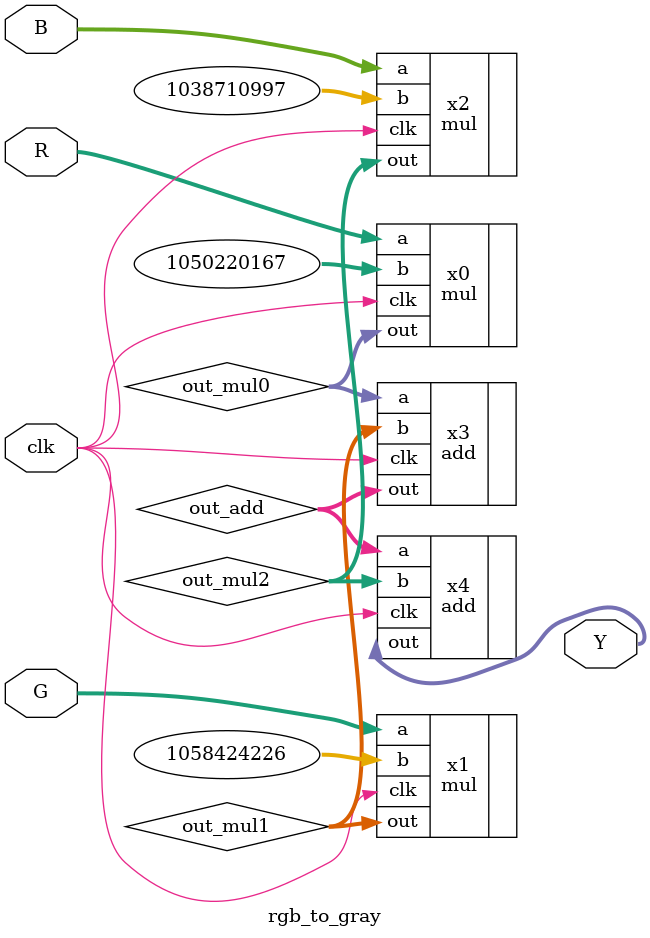
<source format=v>
module rgb_to_gray(R,G,B,Y,clk);
  input [31:0] R,G,B;
  input clk;
  output [31:0] Y;
  wire [31:0] out_mul0,out_mul1,out_mul2,out_add;
  
  mul x0(.a(R),.b(32'b00111110100110010001011010000111),.clk(clk),.out(out_mul0));
  mul x1(.a(G),.b(32'b00111111000101100100010110100010),.clk(clk),.out(out_mul1));
  mul x2(.a(B),.b(32'b00111101111010010111100011010101),.clk(clk),.out(out_mul2));
  
  add x3(.a(out_mul0),.b(out_mul1),.clk(clk),.out(out_add));
  add x4(.a(out_add),.b(out_mul2),.clk(clk),.out(Y));
  
endmodule

</source>
